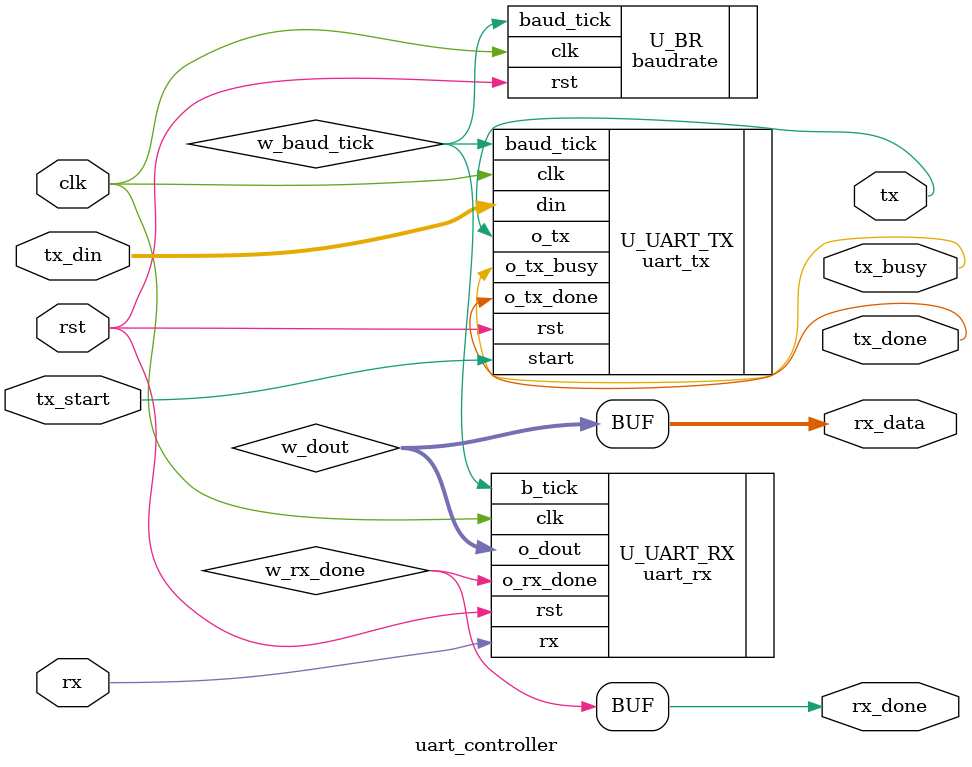
<source format=v>
`timescale 1ns / 1ps

module uart_controller (
    input        clk,
    input        rst,
    input        tx_start,
    input  [7:0] tx_din,
    input        rx,
    output       rx_done,
    output       tx_done,
    output       tx_busy,
    output [7:0] rx_data,
    output       tx
);

    wire w_baud_tick, w_start, w_rx_done;
    wire [7:0] w_dout;

    assign rx_done = w_rx_done;
    assign rx_data = w_dout;

    uart_rx U_UART_RX (
        .clk(clk),
        .rst(rst),
        .b_tick(w_baud_tick),
        .rx(rx),
        .o_dout(w_dout),
        .o_rx_done(w_rx_done)
    );

    baudrate U_BR (
        .clk(clk),
        .rst(rst),
        .baud_tick(w_baud_tick)
    );

    uart_tx U_UART_TX (
        .clk(clk),
        .rst(rst),
        .baud_tick(w_baud_tick),
        .start(tx_start),
        .din(tx_din),
        .o_tx_done(tx_done),
        .o_tx_busy(tx_busy),
        .o_tx(tx)
    );

endmodule

</source>
